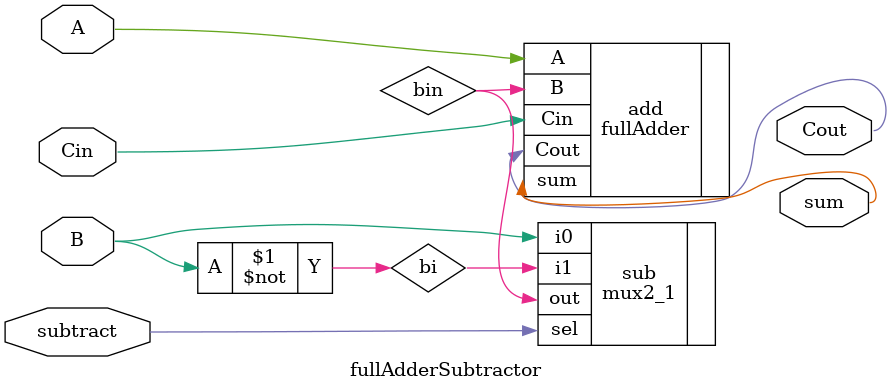
<source format=sv>
`timescale 1ns/1ps

module fullAdderSubtractor (A, B, Cout, Cin, sum, subtract);
	
	output logic Cout, sum;
	input logic A, B, Cin, subtract;
	
	wire bi, bin;
	
	not #50 (bi, B);
	mux2_1 sub (.out(bin), .i0(B), .i1(bi), .sel(subtract));
	fullAdder add (.sum(sum), .A(A), .B(bin), .Cout(Cout), .Cin(Cin));
	
endmodule 
</source>
